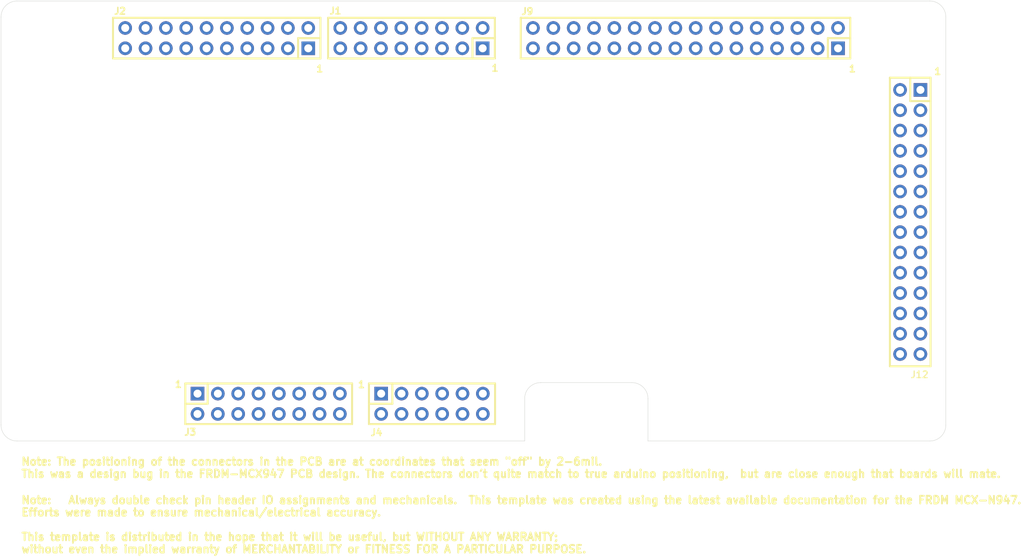
<source format=kicad_pcb>
(kicad_pcb (version 20221018) (generator pcbnew)
  (layers (0 "F.Cu" signal "Top Layer") (31 "B.Cu" signal "Bottom Layer") (34 "B.Paste" user "Bottom Paste") (35 "F.Paste" user "Top Paste") (36 "B.SilkS" user "Bottom Overlay") (37 "F.SilkS" user "Top Overlay") (38 "B.Mask" user "Bottom Solder") (39 "F.Mask" user "Top Solder") (44 "Edge.Cuts" user))
  (property "ADDRESS1" "3 Minna Close")
  (property "ADDRESS2" "Belrose")
  (property "ADDRESS3" "NSW 2085")
  (property "ADDRESS4" "Australia")
  (property "CONFIGURATIONPARAMETERS" "")
  (property "CONFIGURATORNAME" "")
  (property "DOCUMENTNUMBER" "")
  (property "ISUSERCONFIGURABLE" "")
  (property "ORGANIZATION" "Altium Limited")
  (property "PAGE_TITLE" "-")
  (property "SHEETSYMBOLDESIGNATOR" "")
  (property "SHEETTOTAL" "3")
  (property "SPICEMODELCACHE" "")
  (property "VERSIONCONTROL_PROJFOLDERREVNUMBER" "")
  (property "VERSIONCONTROL_PROJFOLDERREVNUMBERSHORT" "")
  (property "VERSIONCONTROL_REVNUMBER" "")
  (property "VERSIONCONTROL_REVNUMBERSHORT" "")
  (net 0 "")
  (net 1 "P2_0/EZH_LCD_WR")
  (net 2 "P5_9")
  (net 3 "P5_8")
  (net 4 "P3_5/EZH_LCD_D5_CAMERA_D5")
  (net 5 "P3_3/FC7_I2C_SCL")
  (net 6 "P1_23/EZH_LCD_RD")
  (net 7 "P1_19/EZH_LCD_D15_CAMERA_RST")
  (net 8 "P1_17/EZH_LCD_D13")
  (net 9 "P1_15/EZH_LCD_D11")
  (net 10 "P1_13/EZH_LCD_D9")
  (net 11 "P1_11/EZH_LCD_D7_CAMERA_D7")
  (net 12 "P1_7/EZH_LCD_D3_CAMERA_D3")
  (net 13 "P1_5/EZH_LCD_D1_CAMERA_D1")
  (net 14 "P0_5/EZH_CAMERA_PCLK")
  (net 15 "P0_4/EZH_CAMERA_VSYNC")
  (net 16 "P4_4/EZH_LCD_CS")
  (net 17 "P3_4/EZH_LCD_D4_CAMERA_D4")
  (net 18 "P3_2/FC7_I2C_SDA")
  (net 19 "P2_2/CAMERA_CLKIN")
  (net 20 "P1_22/EZH_LCD_DC")
  (net 21 "P1_18/EZH_LCD_D14_CAMERA_PDOWN")
  (net 22 "P1_16/EZH_LCD_D12")
  (net 23 "P1_14/EZH_LCD_D10")
  (net 24 "P1_12/EZH_LCD_D8")
  (net 25 "P1_10/EZH_LCD_D6_CAMERA_D6")
  (net 26 "P1_9/FC4_P1_UART_TXD_MCULINK")
  (net 27 "P1_8/FC4_P0_UART_RXD_MCULINK")
  (net 28 "P1_6/EZH_LCD_D2_CAMERA_D2")
  (net 29 "P1_4/EZH_LCD_D0_CAMERA_D0")
  (net 30 "P0_11/EZH_CAMERA_HSYNC")
  (net 31 "P0-29")
  (net 32 "P0-26/FC1-SDI")
  (net 33 "P0-23/P1-22")
  (net 34 "P0-15/P2-0")
  (net 35 "P4-22/D14")
  (net 36 "P4-18/D10")
  (net 37 "P4-17/D9")
  (net 38 "P4-14/D6")
  (net 39 "P4-13/D5")
  (net 40 "P4-7/RST")
  (net 41 "P4-5/BLK")
  (net 42 "P4-1/FC2-SCL")
  (net 43 "P2-11/D3")
  (net 44 "P2-10/D2")
  (net 45 "P2-8/D0")
  (net 46 "P0-13/TE")
  (net 47 "P0-12/CS")
  (net 48 "P0-8/RD")
  (net 49 "P4-23/D15")
  (net 50 "P4-21/D13")
  (net 51 "P4-20/D12")
  (net 52 "P4-19/D11")
  (net 53 "P4-16/D8")
  (net 54 "P4-15/D7")
  (net 55 "P4-12/D4")
  (net 56 "P4-6/INT")
  (net 57 "P4-0/FC2-SDA")
  (net 58 "P2-9/D1")
  (net 59 "P0-9/WR")
  (net 60 "P0-7/DC")
  (net 61 "P2-6/PWM1_A0")
  (net 62 "P4-1/P1-17")
  (net 63 "P4-0/P1-16")
  (net 64 "P3-21/SAI1_RXD0")
  (net 65 "P3-19/SAI1_RX_FS")
  (net 66 "P3-18/SAI1_RX_BLCK")
  (net 67 "P3-17/SAI1_TX_FS")
  (net 68 "P2-7/PWM1_B0")
  (net 69 "P2-5/PWM1_B1")
  (net 70 "P2-4/PWM1_A1")
  (net 71 "P2-3/PWM1_B2")
  (net 72 "P2-2/PWM1_A2")
  (net 73 "P2-0/ENC_B")
  (net 74 "P1-22/ENC_A")
  (net 75 "P1-1/TSI0_CH1")
  (net 76 "P1-0/TSI0_CH0")
  (net 77 "P0-19/TSI0_CH14")
  (net 78 "P1_12/TSI0_CH21")
  (net 79 "5v-9v-IN")
  (net 80 "VDDA")
  (net 81 "+5v0")
  (net 82 "P5-4")
  (net 83 "P5-3/P0-22")
  (net 84 "P5-2/P0-14")
  (net 85 "P4-20/P0-5")
  (net 86 "P4-16/P0-18")
  (net 87 "P3-17/P4-13")
  (net 88 "P4-12/P0-21")
  (net 89 "P4-3/RXD2")
  (net 90 "P4-2/TXD2")
  (net 91 "P3-20/SAI1_TXD0")
  (net 92 "P3-16/P4-5")
  (net 93 "P1-21/SAI1_MCLK")
  (net 94 "P1-21/P2-7")
  (net 95 "P1-2/P2-3")
  (net 96 "P0-31")
  (net 97 "P0-30/P4-13")
  (net 98 "P1-23/P2-6")
  (net 99 "P0-28")
  (net 100 "P0-27/FC1-CS1")
  (net 101 "P0-25/FC1-SCK")
  (net 102 "P0-24/FC1-SDO")
  (net 103 "P0-22")
  (net 104 "P0-14")
  (net 105 "P0-10/P2-4")
  (net 106 "P0-3/P5_5")
  (net 107 "OP-2-INN/P1_10")
  (net 108 "OP-1-INN/P0-4")
  (net 109 "OP-0-I/P0-20")
  (net 110 "RESET_B")
  (net 111 "ADC0-A3")
  (net 112 "ADC1-B0")
  (net 113 "ADC0-B0")
  (net 114 "ADC0-A0")
  (net 115 "+3v3")
  (net 116 "GND")
  (footprint "FRDM-MCXN947__Template__A.PcbLib:SSQ-110-03-T-D" (layer "F.Cu") (at 116.4421 82.1436 -90)
    (fp_text reference "J2" (at -2.8956 12.9156 unlocked) (layer "F.SilkS") (effects (font (size 0.8255 0.8255) (thickness 0.2) bold) (justify left bottom)))
    (fp_text value "SSQ-110-03-T-D" hide)
    (fp_line (start -2.54 12.954) (end -2.54 -12.954) (stroke (width 0.254)) (layer "F.SilkS"))
    (fp_line (start 0 -10.16) (end 0 -12.954) (stroke (width 0.254)) (layer "F.SilkS"))
    (fp_line (start 2.54 -12.954) (end -2.54 -12.954) (stroke (width 0.254)) (layer "F.SilkS"))
    (fp_line (start 2.54 -10.16) (end 0 -10.16) (stroke (width 0.254)) (layer "F.SilkS"))
    (fp_line (start 2.54 12.954) (end -2.54 12.954) (stroke (width 0.254)) (layer "F.SilkS"))
    (fp_line (start 2.54 12.954) (end 2.54 -12.954) (stroke (width 0.254)) (layer "F.SilkS"))
    (pad "1" thru_hole rect (at 1.27 -11.43 270) (size 1.7 1.7) (drill 1) (layers "*.Cu" "*.Mask") (net 112 "ADC1-B0"))
    (pad "2" thru_hole roundrect (at -1.27 -11.43 270) (size 1.7 1.7) (drill 1) (layers "*.Cu" "*.Mask") (roundrect_rratio 0.5) (net 99 "P0-28"))
    (pad "3" thru_hole roundrect (at 1.27 -8.89 270) (size 1.7 1.7) (drill 1) (layers "*.Cu" "*.Mask") (roundrect_rratio 0.5) (net 84 "P5-2/P0-14"))
    (pad "4" thru_hole roundrect (at -1.27 -8.89 270) (size 1.7 1.7) (drill 1) (layers "*.Cu" "*.Mask") (roundrect_rratio 0.5) (net 105 "P0-10/P2-4"))
    (pad "5" thru_hole roundrect (at 1.27 -6.35 270) (size 1.7 1.7) (drill 1) (layers "*.Cu" "*.Mask") (roundrect_rratio 0.5) (net 83 "P5-3/P0-22"))
    (pad "6" thru_hole roundrect (at -1.27 -6.35 270) (size 1.7 1.7) (drill 1) (layers "*.Cu" "*.Mask") (roundrect_rratio 0.5) (net 100 "P0-27/FC1-CS1"))
    (pad "7" thru_hole roundrect (at 1.27 -3.81 270) (size 1.7 1.7) (drill 1) (layers "*.Cu" "*.Mask") (roundrect_rratio 0.5) (net 82 "P5-4"))
    (pad "8" thru_hole roundrect (at -1.27 -3.81 270) (size 1.7 1.7) (drill 1) (layers "*.Cu" "*.Mask") (roundrect_rratio 0.5) (net 102 "P0-24/FC1-SDO"))
    (pad "9" thru_hole roundrect (at 1.27 -1.27 270) (size 1.7 1.7) (drill 1) (layers "*.Cu" "*.Mask") (roundrect_rratio 0.5) (net 106 "P0-3/P5_5"))
    (pad "10" thru_hole roundrect (at -1.27 -1.27 270) (size 1.7 1.7) (drill 1) (layers "*.Cu" "*.Mask") (roundrect_rratio 0.5) (net 32 "P0-26/FC1-SDI"))
    (pad "11" thru_hole roundrect (at 1.27 1.27 270) (size 1.7 1.7) (drill 1) (layers "*.Cu" "*.Mask") (roundrect_rratio 0.5) (net 78 "P1_12/TSI0_CH21"))
    (pad "12" thru_hole roundrect (at -1.27 1.27 270) (size 1.7 1.7) (drill 1) (layers "*.Cu" "*.Mask") (roundrect_rratio 0.5) (net 101 "P0-25/FC1-SCK"))
    (pad "13" thru_hole roundrect (at 1.27 3.81 270) (size 1.7 1.7) (drill 1) (layers "*.Cu" "*.Mask") (roundrect_rratio 0.5) (net 77 "P0-19/TSI0_CH14"))
    (pad "14" thru_hole roundrect (at -1.27 3.81 270) (size 1.7 1.7) (drill 1) (layers "*.Cu" "*.Mask") (roundrect_rratio 0.5) (net 116 "GND"))
    (pad "15" thru_hole roundrect (at 1.27 6.35 270) (size 1.7 1.7) (drill 1) (layers "*.Cu" "*.Mask") (roundrect_rratio 0.5) (net 75 "P1-1/TSI0_CH1"))
    (pad "16" thru_hole roundrect (at -1.27 6.35 270) (size 1.7 1.7) (drill 1) (layers "*.Cu" "*.Mask") (roundrect_rratio 0.5) (net 80 "VDDA"))
    (pad "17" thru_hole roundrect (at 1.27 8.89 270) (size 1.7 1.7) (drill 1) (layers "*.Cu" "*.Mask") (roundrect_rratio 0.5) (net 76 "P1-0/TSI0_CH0"))
    (pad "18" thru_hole roundrect (at -1.27 8.89 270) (size 1.7 1.7) (drill 1) (layers "*.Cu" "*.Mask") (roundrect_rratio 0.5) (net 63 "P4-0/P1-16"))
    (pad "19" thru_hole roundrect (at 1.27 11.43 270) (size 1.7 1.7) (drill 1) (layers "*.Cu" "*.Mask") (roundrect_rratio 0.5))
    (pad "20" thru_hole roundrect (at -1.27 11.43 270) (size 1.7 1.7) (drill 1) (layers "*.Cu" "*.Mask") (roundrect_rratio 0.5) (net 62 "P4-1/P1-17"))
  )
  (footprint "MountingHole:MOUNTINGHOLE_3.2MM_M3" (layer "F.Cu") (at 99.8691 81.9406)
    (fp_text reference "H1" hide)
    (fp_text value "Mechanical_MountingHole" hide)
    (pad "" np_thru_hole circle (at 0 0) (size 3.2 3.2) (drill 3.2) (layers "F&B.Cu" "*.Mask"))
  )
  (footprint "FRDM-MCXN947__Template__A.PcbLib:SSQ-116-03-T-D" (layer "F.Cu") (at 174.98909 82.1436 -90)
    (fp_text reference "J9" (at -2.85755 20.59878 unlocked) (layer "F.SilkS") (effects (font (size 0.8255 0.8255) (thickness 0.254) bold) (justify left bottom)))
    (fp_text value "SSQ-116-03-T-D" hide)
    (fp_line (start -2.54 20.574) (end -2.54 -20.574) (stroke (width 0.254)) (layer "F.SilkS"))
    (fp_line (start 0 -17.78) (end 0 -20.574) (stroke (width 0.254)) (layer "F.SilkS"))
    (fp_line (start 2.54 -20.574) (end -2.54 -20.574) (stroke (width 0.254)) (layer "F.SilkS"))
    (fp_line (start 2.54 -17.78) (end 0 -17.78) (stroke (width 0.254)) (layer "F.SilkS"))
    (fp_line (start 2.54 20.574) (end -2.54 20.574) (stroke (width 0.254)) (layer "F.SilkS"))
    (fp_line (start 2.54 20.574) (end 2.54 -20.574) (stroke (width 0.254)) (layer "F.SilkS"))
    (pad "1" thru_hole rect (at 1.27 -19.05 90) (size 1.7 1.7) (drill 1) (layers "*.Cu" "*.Mask") (net 9 "P1_15/EZH_LCD_D11"))
    (pad "2" thru_hole roundrect (at -1.27 -19.05 90) (size 1.7 1.7) (drill 1) (layers "*.Cu" "*.Mask") (roundrect_rratio 0.5) (net 23 "P1_14/EZH_LCD_D10"))
    (pad "3" thru_hole roundrect (at 1.27 -16.51 90) (size 1.7 1.7) (drill 1) (layers "*.Cu" "*.Mask") (roundrect_rratio 0.5) (net 8 "P1_17/EZH_LCD_D13"))
    (pad "4" thru_hole roundrect (at -1.27 -16.51 90) (size 1.7 1.7) (drill 1) (layers "*.Cu" "*.Mask") (roundrect_rratio 0.5) (net 22 "P1_16/EZH_LCD_D12"))
    (pad "5" thru_hole roundrect (at 1.27 -13.97 90) (size 1.7 1.7) (drill 1) (layers "*.Cu" "*.Mask") (roundrect_rratio 0.5) (net 7 "P1_19/EZH_LCD_D15_CAMERA_RST"))
    (pad "6" thru_hole roundrect (at -1.27 -13.97 90) (size 1.7 1.7) (drill 1) (layers "*.Cu" "*.Mask") (roundrect_rratio 0.5) (net 21 "P1_18/EZH_LCD_D14_CAMERA_PDOWN"))
    (pad "7" thru_hole roundrect (at 1.27 -11.43 90) (size 1.7 1.7) (drill 1) (layers "*.Cu" "*.Mask") (roundrect_rratio 0.5) (net 13 "P1_5/EZH_LCD_D1_CAMERA_D1"))
    (pad "8" thru_hole roundrect (at -1.27 -11.43 90) (size 1.7 1.7) (drill 1) (layers "*.Cu" "*.Mask") (roundrect_rratio 0.5) (net 29 "P1_4/EZH_LCD_D0_CAMERA_D0"))
    (pad "9" thru_hole roundrect (at 1.27 -8.89 90) (size 1.7 1.7) (drill 1) (layers "*.Cu" "*.Mask") (roundrect_rratio 0.5) (net 12 "P1_7/EZH_LCD_D3_CAMERA_D3"))
    (pad "10" thru_hole roundrect (at -1.27 -8.89 90) (size 1.7 1.7) (drill 1) (layers "*.Cu" "*.Mask") (roundrect_rratio 0.5) (net 28 "P1_6/EZH_LCD_D2_CAMERA_D2"))
    (pad "11" thru_hole roundrect (at 1.27 -6.35 90) (size 1.7 1.7) (drill 1) (layers "*.Cu" "*.Mask") (roundrect_rratio 0.5) (net 4 "P3_5/EZH_LCD_D5_CAMERA_D5"))
    (pad "12" thru_hole roundrect (at -1.27 -6.35 90) (size 1.7 1.7) (drill 1) (layers "*.Cu" "*.Mask") (roundrect_rratio 0.5) (net 17 "P3_4/EZH_LCD_D4_CAMERA_D4"))
    (pad "13" thru_hole roundrect (at 1.27 -3.81 90) (size 1.7 1.7) (drill 1) (layers "*.Cu" "*.Mask") (roundrect_rratio 0.5) (net 11 "P1_11/EZH_LCD_D7_CAMERA_D7"))
    (pad "14" thru_hole roundrect (at -1.27 -3.81 90) (size 1.7 1.7) (drill 1) (layers "*.Cu" "*.Mask") (roundrect_rratio 0.5) (net 25 "P1_10/EZH_LCD_D6_CAMERA_D6"))
    (pad "15" thru_hole roundrect (at 1.27 -1.27 90) (size 1.7 1.7) (drill 1) (layers "*.Cu" "*.Mask") (roundrect_rratio 0.5) (net 14 "P0_5/EZH_CAMERA_PCLK"))
    (pad "16" thru_hole roundrect (at -1.27 -1.27 90) (size 1.7 1.7) (drill 1) (layers "*.Cu" "*.Mask") (roundrect_rratio 0.5) (net 19 "P2_2/CAMERA_CLKIN"))
    (pad "17" thru_hole roundrect (at 1.27 1.27 90) (size 1.7 1.7) (drill 1) (layers "*.Cu" "*.Mask") (roundrect_rratio 0.5) (net 15 "P0_4/EZH_CAMERA_VSYNC"))
    (pad "18" thru_hole roundrect (at -1.27 1.27 90) (size 1.7 1.7) (drill 1) (layers "*.Cu" "*.Mask") (roundrect_rratio 0.5) (net 30 "P0_11/EZH_CAMERA_HSYNC"))
    (pad "19" thru_hole roundrect (at 1.27 3.81 90) (size 1.7 1.7) (drill 1) (layers "*.Cu" "*.Mask") (roundrect_rratio 0.5) (net 5 "P3_3/FC7_I2C_SCL"))
    (pad "20" thru_hole roundrect (at -1.27 3.81 90) (size 1.7 1.7) (drill 1) (layers "*.Cu" "*.Mask") (roundrect_rratio 0.5) (net 18 "P3_2/FC7_I2C_SDA"))
    (pad "21" thru_hole roundrect (at 1.27 6.35 90) (size 1.7 1.7) (drill 1) (layers "*.Cu" "*.Mask") (roundrect_rratio 0.5) (net 115 "+3v3"))
    (pad "22" thru_hole roundrect (at -1.27 6.35 90) (size 1.7 1.7) (drill 1) (layers "*.Cu" "*.Mask") (roundrect_rratio 0.5) (net 116 "GND"))
    (pad "23" thru_hole roundrect (at 1.27 8.89 90) (size 1.7 1.7) (drill 1) (layers "*.Cu" "*.Mask") (roundrect_rratio 0.5) (net 6 "P1_23/EZH_LCD_RD"))
    (pad "24" thru_hole roundrect (at -1.27 8.89 90) (size 1.7 1.7) (drill 1) (layers "*.Cu" "*.Mask") (roundrect_rratio 0.5) (net 20 "P1_22/EZH_LCD_DC"))
    (pad "25" thru_hole roundrect (at 1.27 11.43 90) (size 1.7 1.7) (drill 1) (layers "*.Cu" "*.Mask") (roundrect_rratio 0.5) (net 1 "P2_0/EZH_LCD_WR"))
    (pad "26" thru_hole roundrect (at -1.27 11.43 90) (size 1.7 1.7) (drill 1) (layers "*.Cu" "*.Mask") (roundrect_rratio 0.5) (net 16 "P4_4/EZH_LCD_CS"))
    (pad "27" thru_hole roundrect (at 1.27 13.97 90) (size 1.7 1.7) (drill 1) (layers "*.Cu" "*.Mask") (roundrect_rratio 0.5) (net 10 "P1_13/EZH_LCD_D9"))
    (pad "28" thru_hole roundrect (at -1.27 13.97 90) (size 1.7 1.7) (drill 1) (layers "*.Cu" "*.Mask") (roundrect_rratio 0.5) (net 24 "P1_12/EZH_LCD_D8"))
    (pad "29" thru_hole roundrect (at 1.27 16.51 90) (size 1.7 1.7) (drill 1) (layers "*.Cu" "*.Mask") (roundrect_rratio 0.5) (net 2 "P5_9"))
    (pad "30" thru_hole roundrect (at -1.27 16.51 90) (size 1.7 1.7) (drill 1) (layers "*.Cu" "*.Mask") (roundrect_rratio 0.5) (net 26 "P1_9/FC4_P1_UART_TXD_MCULINK"))
    (pad "31" thru_hole roundrect (at 1.27 19.05 90) (size 1.7 1.7) (drill 1) (layers "*.Cu" "*.Mask") (roundrect_rratio 0.5) (net 3 "P5_8"))
    (pad "32" thru_hole roundrect (at -1.27 19.05 90) (size 1.7 1.7) (drill 1) (layers "*.Cu" "*.Mask") (roundrect_rratio 0.5) (net 27 "P1_8/FC4_P0_UART_RXD_MCULINK"))
  )
  (footprint "FRDM-MCXN947__Template__A.PcbLib:SSQ-108-03-T-D" (layer "F.Cu") (at 140.7631 82.1436 -90)
    (fp_text reference "J1" (at -2.921 10.338 unlocked) (layer "F.SilkS") (effects (font (size 0.8255 0.8255) (thickness 0.2) bold) (justify left bottom)))
    (fp_text value "SSQ-108-03-T-D" hide)
    (fp_line (start -2.54 10.414) (end -2.54 -10.414) (stroke (width 0.254)) (layer "F.SilkS"))
    (fp_line (start 0 -7.62) (end 0 -10.414) (stroke (width 0.254)) (layer "F.SilkS"))
    (fp_line (start 2.54 -10.414) (end -2.54 -10.414) (stroke (width 0.254)) (layer "F.SilkS"))
    (fp_line (start 2.54 -7.62) (end 0 -7.62) (stroke (width 0.254)) (layer "F.SilkS"))
    (fp_line (start 2.54 10.414) (end -2.54 10.414) (stroke (width 0.254)) (layer "F.SilkS"))
    (fp_line (start 2.54 10.414) (end 2.54 -10.414) (stroke (width 0.254)) (layer "F.SilkS"))
    (pad "1" thru_hole rect (at 1.27 -8.89 270) (size 1.7 1.7) (drill 1) (layers "*.Cu" "*.Mask") (net 92 "P3-16/P4-5"))
    (pad "2" thru_hole roundrect (at -1.27 -8.89 270) (size 1.7 1.7) (drill 1) (layers "*.Cu" "*.Mask") (roundrect_rratio 0.5) (net 89 "P4-3/RXD2"))
    (pad "3" thru_hole roundrect (at 1.27 -6.35 270) (size 1.7 1.7) (drill 1) (layers "*.Cu" "*.Mask") (roundrect_rratio 0.5) (net 87 "P3-17/P4-13"))
    (pad "4" thru_hole roundrect (at -1.27 -6.35 270) (size 1.7 1.7) (drill 1) (layers "*.Cu" "*.Mask") (roundrect_rratio 0.5) (net 90 "P4-2/TXD2"))
    (pad "5" thru_hole roundrect (at 1.27 -3.81 270) (size 1.7 1.7) (drill 1) (layers "*.Cu" "*.Mask") (roundrect_rratio 0.5) (net 91 "P3-20/SAI1_TXD0"))
    (pad "6" thru_hole roundrect (at -1.27 -3.81 270) (size 1.7 1.7) (drill 1) (layers "*.Cu" "*.Mask") (roundrect_rratio 0.5) (net 98 "P1-23/P2-6"))
    (pad "7" thru_hole roundrect (at 1.27 -1.27 270) (size 1.7 1.7) (drill 1) (layers "*.Cu" "*.Mask") (roundrect_rratio 0.5) (net 93 "P1-21/SAI1_MCLK"))
    (pad "8" thru_hole roundrect (at -1.27 -1.27 270) (size 1.7 1.7) (drill 1) (layers "*.Cu" "*.Mask") (roundrect_rratio 0.5) (net 31 "P0-29"))
    (pad "9" thru_hole roundrect (at 1.27 1.27 270) (size 1.7 1.7) (drill 1) (layers "*.Cu" "*.Mask") (roundrect_rratio 0.5) (net 66 "P3-18/SAI1_RX_BLCK"))
    (pad "10" thru_hole roundrect (at -1.27 1.27 270) (size 1.7 1.7) (drill 1) (layers "*.Cu" "*.Mask") (roundrect_rratio 0.5) (net 97 "P0-30/P4-13"))
    (pad "11" thru_hole roundrect (at 1.27 3.81 270) (size 1.7 1.7) (drill 1) (layers "*.Cu" "*.Mask") (roundrect_rratio 0.5) (net 67 "P3-17/SAI1_TX_FS"))
    (pad "12" thru_hole roundrect (at -1.27 3.81 270) (size 1.7 1.7) (drill 1) (layers "*.Cu" "*.Mask") (roundrect_rratio 0.5) (net 94 "P1-21/P2-7"))
    (pad "13" thru_hole roundrect (at 1.27 6.35 270) (size 1.7 1.7) (drill 1) (layers "*.Cu" "*.Mask") (roundrect_rratio 0.5) (net 65 "P3-19/SAI1_RX_FS"))
    (pad "14" thru_hole roundrect (at -1.27 6.35 270) (size 1.7 1.7) (drill 1) (layers "*.Cu" "*.Mask") (roundrect_rratio 0.5) (net 95 "P1-2/P2-3"))
    (pad "15" thru_hole roundrect (at 1.27 8.89 270) (size 1.7 1.7) (drill 1) (layers "*.Cu" "*.Mask") (roundrect_rratio 0.5) (net 64 "P3-21/SAI1_RXD0"))
    (pad "16" thru_hole roundrect (at -1.27 8.89 270) (size 1.7 1.7) (drill 1) (layers "*.Cu" "*.Mask") (roundrect_rratio 0.5) (net 96 "P0-31"))
  )
  (footprint "MountingHole:MOUNTINGHOLE_3.2MM_M3" (layer "F.Cu") (at 204.5861 129.4896)
    (fp_text reference "H3" hide)
    (fp_text value "Mechanical_MountingHole" hide)
    (pad "" np_thru_hole circle (at 0 0) (size 3.2 3.2) (drill 3.2) (layers "F&B.Cu" "*.Mask"))
  )
  (footprint "MountingHole:MOUNTINGHOLE_3.2MM_M3" (layer "F.Cu") (at 101.0881 128.8796)
    (fp_text reference "H4" hide)
    (fp_text value "Mechanical_MountingHole" hide)
    (pad "" np_thru_hole circle (at 0 0) (size 3.2 3.2) (drill 3.2) (layers "F&B.Cu" "*.Mask"))
  )
  (footprint "Wavenumber:SSQ-114-03-T-D" (layer "F.Cu") (at 203.0561 105.1246)
    (fp_text reference "J12" (at -0.0378 19.564 unlocked) (layer "F.SilkS") (effects (font (size 0.8255 0.8255) (thickness 0.15) bold) (justify left bottom)))
    (fp_text value "SSQ-114-03-T-D" hide)
    (fp_line (start -2.54 -18.034) (end -2.54 18.034) (stroke (width 0.254)) (layer "F.SilkS"))
    (fp_line (start -2.54 -18.034) (end 2.54 -18.034) (stroke (width 0.254)) (layer "F.SilkS"))
    (fp_line (start -2.54 18.034) (end 2.54 18.034) (stroke (width 0.254)) (layer "F.SilkS"))
    (fp_line (start 0 -15.113) (end 0 -18.034) (stroke (width 0.254)) (layer "F.SilkS"))
    (fp_line (start 0 -15.113) (end 2.54 -15.113) (stroke (width 0.254)) (layer "F.SilkS"))
    (fp_line (start 2.54 -18.034) (end 2.54 18.034) (stroke (width 0.254)) (layer "F.SilkS"))
    (pad "1" thru_hole rect (at 1.27 -16.51) (size 1.7 1.7) (drill 1) (layers "*.Cu" "*.Mask") (net 115 "+3v3"))
    (pad "2" thru_hole roundrect (at -1.27 -16.51) (size 1.7 1.7) (drill 1) (layers "*.Cu" "*.Mask") (roundrect_rratio 0.5) (net 116 "GND"))
    (pad "3" thru_hole roundrect (at 1.27 -13.97) (size 1.7 1.7) (drill 1) (layers "*.Cu" "*.Mask") (roundrect_rratio 0.5) (net 42 "P4-1/FC2-SCL"))
    (pad "4" thru_hole roundrect (at -1.27 -13.97) (size 1.7 1.7) (drill 1) (layers "*.Cu" "*.Mask") (roundrect_rratio 0.5) (net 57 "P4-0/FC2-SDA"))
    (pad "5" thru_hole roundrect (at 1.27 -11.43) (size 1.7 1.7) (drill 1) (layers "*.Cu" "*.Mask") (roundrect_rratio 0.5) (net 56 "P4-6/INT"))
    (pad "6" thru_hole roundrect (at -1.27 -11.43) (size 1.7 1.7) (drill 1) (layers "*.Cu" "*.Mask") (roundrect_rratio 0.5) (net 41 "P4-5/BLK"))
    (pad "7" thru_hole roundrect (at 1.27 -8.89) (size 1.7 1.7) (drill 1) (layers "*.Cu" "*.Mask") (roundrect_rratio 0.5) (net 40 "P4-7/RST"))
    (pad "8" thru_hole roundrect (at -1.27 -8.89) (size 1.7 1.7) (drill 1) (layers "*.Cu" "*.Mask") (roundrect_rratio 0.5) (net 60 "P0-7/DC"))
    (pad "9" thru_hole roundrect (at 1.27 -6.35) (size 1.7 1.7) (drill 1) (layers "*.Cu" "*.Mask") (roundrect_rratio 0.5) (net 47 "P0-12/CS"))
    (pad "10" thru_hole roundrect (at -1.27 -6.35) (size 1.7 1.7) (drill 1) (layers "*.Cu" "*.Mask") (roundrect_rratio 0.5) (net 59 "P0-9/WR"))
    (pad "11" thru_hole roundrect (at 1.27 -3.81) (size 1.7 1.7) (drill 1) (layers "*.Cu" "*.Mask") (roundrect_rratio 0.5) (net 48 "P0-8/RD"))
    (pad "12" thru_hole roundrect (at -1.27 -3.81) (size 1.7 1.7) (drill 1) (layers "*.Cu" "*.Mask") (roundrect_rratio 0.5) (net 46 "P0-13/TE"))
    (pad "13" thru_hole roundrect (at 1.27 -1.27) (size 1.7 1.7) (drill 1) (layers "*.Cu" "*.Mask") (roundrect_rratio 0.5) (net 45 "P2-8/D0"))
    (pad "14" thru_hole roundrect (at -1.27 -1.27) (size 1.7 1.7) (drill 1) (layers "*.Cu" "*.Mask") (roundrect_rratio 0.5) (net 58 "P2-9/D1"))
    (pad "15" thru_hole roundrect (at 1.27 1.27) (size 1.7 1.7) (drill 1) (layers "*.Cu" "*.Mask") (roundrect_rratio 0.5) (net 44 "P2-10/D2"))
    (pad "16" thru_hole roundrect (at -1.27 1.27) (size 1.7 1.7) (drill 1) (layers "*.Cu" "*.Mask") (roundrect_rratio 0.5) (net 43 "P2-11/D3"))
    (pad "17" thru_hole roundrect (at 1.27 3.81) (size 1.7 1.7) (drill 1) (layers "*.Cu" "*.Mask") (roundrect_rratio 0.5) (net 55 "P4-12/D4"))
    (pad "18" thru_hole roundrect (at -1.27 3.81) (size 1.7 1.7) (drill 1) (layers "*.Cu" "*.Mask") (roundrect_rratio 0.5) (net 39 "P4-13/D5"))
    (pad "19" thru_hole roundrect (at 1.27 6.35) (size 1.7 1.7) (drill 1) (layers "*.Cu" "*.Mask") (roundrect_rratio 0.5) (net 38 "P4-14/D6"))
    (pad "20" thru_hole roundrect (at -1.27 6.35) (size 1.7 1.7) (drill 1) (layers "*.Cu" "*.Mask") (roundrect_rratio 0.5) (net 54 "P4-15/D7"))
    (pad "21" thru_hole roundrect (at 1.27 8.89) (size 1.7 1.7) (drill 1) (layers "*.Cu" "*.Mask") (roundrect_rratio 0.5) (net 53 "P4-16/D8"))
    (pad "22" thru_hole roundrect (at -1.27 8.89) (size 1.7 1.7) (drill 1) (layers "*.Cu" "*.Mask") (roundrect_rratio 0.5) (net 37 "P4-17/D9"))
    (pad "23" thru_hole roundrect (at 1.27 11.43) (size 1.7 1.7) (drill 1) (layers "*.Cu" "*.Mask") (roundrect_rratio 0.5) (net 36 "P4-18/D10"))
    (pad "24" thru_hole roundrect (at -1.27 11.43) (size 1.7 1.7) (drill 1) (layers "*.Cu" "*.Mask") (roundrect_rratio 0.5) (net 52 "P4-19/D11"))
    (pad "25" thru_hole roundrect (at 1.27 13.97) (size 1.7 1.7) (drill 1) (layers "*.Cu" "*.Mask") (roundrect_rratio 0.5) (net 51 "P4-20/D12"))
    (pad "26" thru_hole roundrect (at -1.27 13.97) (size 1.7 1.7) (drill 1) (layers "*.Cu" "*.Mask") (roundrect_rratio 0.5) (net 50 "P4-21/D13"))
    (pad "27" thru_hole roundrect (at 1.27 16.51) (size 1.7 1.7) (drill 1) (layers "*.Cu" "*.Mask") (roundrect_rratio 0.5) (net 35 "P4-22/D14"))
    (pad "28" thru_hole roundrect (at -1.27 16.51) (size 1.7 1.7) (drill 1) (layers "*.Cu" "*.Mask") (roundrect_rratio 0.5) (net 49 "P4-23/D15"))
  )
  (footprint "Wavenumber:SSQ-108-03-T-D" (layer "F.Cu") (at 122.9321 127.8506 90)
    (fp_text reference "J3" (at -4.0262 -10.6426 unlocked) (layer "F.SilkS") (effects (font (size 0.8255 0.8255) (thickness 0.2) bold) (justify left bottom)))
    (fp_text value "SSQ-108-03-T-D" hide)
    (fp_line (start -2.54 -10.414) (end -2.54 10.414) (stroke (width 0.254)) (layer "F.SilkS"))
    (fp_line (start -2.54 -10.414) (end 2.54 -10.414) (stroke (width 0.254)) (layer "F.SilkS"))
    (fp_line (start -2.54 10.414) (end 2.54 10.414) (stroke (width 0.254)) (layer "F.SilkS"))
    (fp_line (start 0 -10.414) (end 0 -7.62) (stroke (width 0.254)) (layer "F.SilkS"))
    (fp_line (start 0 -7.62) (end 2.54 -7.62) (stroke (width 0.254)) (layer "F.SilkS"))
    (fp_line (start 2.54 -10.414) (end 2.54 10.414) (stroke (width 0.254)) (layer "F.SilkS"))
    (pad "1" thru_hole rect (at 1.27 -8.89 90) (size 1.7 1.7) (drill 1) (layers "*.Cu" "*.Mask") (net 73 "P2-0/ENC_B"))
    (pad "2" thru_hole roundrect (at -1.27 -8.89 90) (size 1.7 1.7) (drill 1) (layers "*.Cu" "*.Mask") (roundrect_rratio 0.5) (net 111 "ADC0-A3"))
    (pad "3" thru_hole roundrect (at 1.27 -6.35 90) (size 1.7 1.7) (drill 1) (layers "*.Cu" "*.Mask") (roundrect_rratio 0.5) (net 74 "P1-22/ENC_A"))
    (pad "4" thru_hole roundrect (at -1.27 -6.35 90) (size 1.7 1.7) (drill 1) (layers "*.Cu" "*.Mask") (roundrect_rratio 0.5) (net 115 "+3v3"))
    (pad "5" thru_hole roundrect (at 1.27 -3.81 90) (size 1.7 1.7) (drill 1) (layers "*.Cu" "*.Mask") (roundrect_rratio 0.5) (net 71 "P2-3/PWM1_B2"))
    (pad "6" thru_hole roundrect (at -1.27 -3.81 90) (size 1.7 1.7) (drill 1) (layers "*.Cu" "*.Mask") (roundrect_rratio 0.5) (net 110 "RESET_B"))
    (pad "7" thru_hole roundrect (at 1.27 -1.27 90) (size 1.7 1.7) (drill 1) (layers "*.Cu" "*.Mask") (roundrect_rratio 0.5) (net 72 "P2-2/PWM1_A2"))
    (pad "8" thru_hole roundrect (at -1.27 -1.27 90) (size 1.7 1.7) (drill 1) (layers "*.Cu" "*.Mask") (roundrect_rratio 0.5) (net 115 "+3v3"))
    (pad "9" thru_hole roundrect (at 1.27 1.27 90) (size 1.7 1.7) (drill 1) (layers "*.Cu" "*.Mask") (roundrect_rratio 0.5) (net 69 "P2-5/PWM1_B1"))
    (pad "10" thru_hole roundrect (at -1.27 1.27 90) (size 1.7 1.7) (drill 1) (layers "*.Cu" "*.Mask") (roundrect_rratio 0.5) (net 81 "+5v0"))
    (pad "11" thru_hole roundrect (at 1.27 3.81 90) (size 1.7 1.7) (drill 1) (layers "*.Cu" "*.Mask") (roundrect_rratio 0.5) (net 70 "P2-4/PWM1_A1"))
    (pad "12" thru_hole roundrect (at -1.27 3.81 90) (size 1.7 1.7) (drill 1) (layers "*.Cu" "*.Mask") (roundrect_rratio 0.5) (net 116 "GND"))
    (pad "13" thru_hole roundrect (at 1.27 6.35 90) (size 1.7 1.7) (drill 1) (layers "*.Cu" "*.Mask") (roundrect_rratio 0.5) (net 68 "P2-7/PWM1_B0"))
    (pad "14" thru_hole roundrect (at -1.27 6.35 90) (size 1.7 1.7) (drill 1) (layers "*.Cu" "*.Mask") (roundrect_rratio 0.5) (net 116 "GND"))
    (pad "15" thru_hole roundrect (at 1.27 8.89 90) (size 1.7 1.7) (drill 1) (layers "*.Cu" "*.Mask") (roundrect_rratio 0.5) (net 61 "P2-6/PWM1_A0"))
    (pad "16" thru_hole roundrect (at -1.27 8.89 90) (size 1.7 1.7) (drill 1) (layers "*.Cu" "*.Mask") (roundrect_rratio 0.5) (net 79 "5v-9v-IN"))
  )
  (footprint "Wavenumber:SSQ-106-03-T-D" (layer "F.Cu") (at 143.3281 127.8506 90)
    (fp_text reference "J4" (at -4.077 -7.7722 unlocked) (layer "F.SilkS") (effects (font (size 0.8255 0.8255) (thickness 0.2) bold) (justify left bottom)))
    (fp_text value "SSQ-106-03-T-D" hide)
    (fp_line (start -2.54 -7.874) (end -2.54 7.874) (stroke (width 0.254)) (layer "F.SilkS"))
    (fp_line (start -2.54 -7.874) (end 2.54 -7.874) (stroke (width 0.254)) (layer "F.SilkS"))
    (fp_line (start -2.54 7.874) (end 2.54 7.874) (stroke (width 0.254)) (layer "F.SilkS"))
    (fp_line (start 0 -7.874) (end 0 -4.953) (stroke (width 0.254)) (layer "F.SilkS"))
    (fp_line (start 0 -4.953) (end 2.54 -4.953) (stroke (width 0.254)) (layer "F.SilkS"))
    (fp_line (start 2.54 -7.874) (end 2.54 7.874) (stroke (width 0.254)) (layer "F.SilkS"))
    (pad "1" thru_hole rect (at 1.27 -6.35 90) (size 1.7 1.7) (drill 1) (layers "*.Cu" "*.Mask") (net 88 "P4-12/P0-21"))
    (pad "2" thru_hole roundrect (at -1.27 -6.35 90) (size 1.7 1.7) (drill 1) (layers "*.Cu" "*.Mask") (roundrect_rratio 0.5) (net 114 "ADC0-A0"))
    (pad "3" thru_hole roundrect (at 1.27 -3.81 90) (size 1.7 1.7) (drill 1) (layers "*.Cu" "*.Mask") (roundrect_rratio 0.5) (net 109 "OP-0-I/P0-20"))
    (pad "4" thru_hole roundrect (at -1.27 -3.81 90) (size 1.7 1.7) (drill 1) (layers "*.Cu" "*.Mask") (roundrect_rratio 0.5) (net 113 "ADC0-B0"))
    (pad "5" thru_hole roundrect (at 1.27 -1.27 90) (size 1.7 1.7) (drill 1) (layers "*.Cu" "*.Mask") (roundrect_rratio 0.5) (net 86 "P4-16/P0-18"))
    (pad "6" thru_hole roundrect (at -1.27 -1.27 90) (size 1.7 1.7) (drill 1) (layers "*.Cu" "*.Mask") (roundrect_rratio 0.5) (net 104 "P0-14"))
    (pad "7" thru_hole roundrect (at 1.27 1.27 90) (size 1.7 1.7) (drill 1) (layers "*.Cu" "*.Mask") (roundrect_rratio 0.5) (net 108 "OP-1-INN/P0-4"))
    (pad "8" thru_hole roundrect (at -1.27 1.27 90) (size 1.7 1.7) (drill 1) (layers "*.Cu" "*.Mask") (roundrect_rratio 0.5) (net 103 "P0-22"))
    (pad "9" thru_hole roundrect (at 1.27 3.81 90) (size 1.7 1.7) (drill 1) (layers "*.Cu" "*.Mask") (roundrect_rratio 0.5) (net 85 "P4-20/P0-5"))
    (pad "10" thru_hole roundrect (at -1.27 3.81 90) (size 1.7 1.7) (drill 1) (layers "*.Cu" "*.Mask") (roundrect_rratio 0.5) (net 34 "P0-15/P2-0"))
    (pad "11" thru_hole roundrect (at 1.27 6.35 90) (size 1.7 1.7) (drill 1) (layers "*.Cu" "*.Mask") (roundrect_rratio 0.5) (net 107 "OP-2-INN/P1_10"))
    (pad "12" thru_hole roundrect (at -1.27 6.35 90) (size 1.7 1.7) (drill 1) (layers "*.Cu" "*.Mask") (roundrect_rratio 0.5) (net 33 "P0-23/P1-22"))
  )
  (footprint "MountingHole:MOUNTINGHOLE_3.2MM_M3" (layer "F.Cu") (at 204.5861 80.5176)
    (fp_text reference "H2" hide)
    (fp_text value "Mechanical_MountingHole" hide)
    (pad "" np_thru_hole circle (at 0 0) (size 3.2 3.2) (drill 3.2) (layers "F&B.Cu" "*.Mask"))
  )
  (gr_line (start 207.5011 130.5036) (end 207.5011 79.503601) (stroke (width 0.05)) (layer "Edge.Cuts"))
  (gr_line (start 205.5011 77.5036) (end 91.501101 77.5036) (stroke (width 0.05)) (layer "Edge.Cuts"))
  (gr_arc (start 205.501098 77.5036) (mid 206.915316 78.089383) (end 207.5011 79.503601) (stroke (width 0.05)) (layer "Edge.Cuts"))
  (gr_line (start 91.5011 132.5036) (end 154.9011 132.5036) (stroke (width 0.05)) (layer "Edge.Cuts"))
  (gr_line (start 156.9011 125.2036) (end 168.301099 125.2036) (stroke (width 0.05)) (layer "Edge.Cuts"))
  (gr_line (start 170.3011 127.2036) (end 170.3011 132.5036) (stroke (width 0.05)) (layer "Edge.Cuts"))
  (gr_line (start 89.5011 130.5036) (end 89.5011 130.503599) (stroke (width 0.05)) (layer "Edge.Cuts"))
  (gr_line (start 205.501098 77.5036) (end 205.5011 77.5036) (stroke (width 0.05)) (layer "Edge.Cuts"))
  (gr_line (start 156.901102 125.2036) (end 156.9011 125.2036) (stroke (width 0.05)) (layer "Edge.Cuts"))
  (gr_arc (start 91.501102 132.5036) (mid 90.08689 131.917811) (end 89.5011 130.503599) (stroke (width 0.05)) (layer "Edge.Cuts"))
  (gr_arc (start 89.5011 79.503602) (mid 90.086882 78.089377) (end 91.501101 77.5036) (stroke (width 0.05)) (layer "Edge.Cuts"))
  (gr_line (start 89.5011 79.50361) (end 89.5011 130.5036) (stroke (width 0.05)) (layer "Edge.Cuts"))
  (gr_line (start 207.5011 130.503598) (end 207.5011 130.5036) (stroke (width 0.05)) (layer "Edge.Cuts"))
  (gr_line (start 91.501102 132.5036) (end 91.5011 132.5036) (stroke (width 0.05)) (layer "Edge.Cuts"))
  (gr_line (start 170.3011 132.5036) (end 205.501099 132.5036) (stroke (width 0.05)) (layer "Edge.Cuts"))
  (gr_arc (start 168.301099 125.2036) (mid 169.715317 125.789384) (end 170.3011 127.203602) (stroke (width 0.05)) (layer "Edge.Cuts"))
  (gr_line (start 89.5011 79.503602) (end 89.5011 79.50361) (stroke (width 0.05)) (layer "Edge.Cuts"))
  (gr_arc (start 207.5011 130.503598) (mid 206.91531 131.917803) (end 205.501099 132.5036) (stroke (width 0.05)) (layer "Edge.Cuts"))
  (gr_line (start 170.3011 127.203602) (end 170.3011 127.2036) (stroke (width 0.05)) (layer "Edge.Cuts"))
  (gr_line (start 154.9011 132.5036) (end 154.9011 127.203601) (stroke (width 0.05)) (layer "Edge.Cuts"))
  (gr_arc (start 154.9011 127.203601) (mid 155.486883 125.789376) (end 156.901102 125.2036) (stroke (width 0.05)) (layer "Edge.Cuts"))
  (gr_text "Note: The positioning of the connectors in the PCB are at coordinates that seem {dblquote}off{dblquote} by 2-6mil.\nThis was a design bug in the FRDM-MCX947 PCB design. The connectors don't quite match to true arduino positioning,  but are close enough that boards will mate." (at 91.93111 135.83759) (layer "F.SilkS") (effects (font (size 0.9525 0.9525) (thickness 0.238125) bold) (justify left)))
  (gr_text "1" (at 195.82673 85.97599) (layer "F.SilkS") (effects (font (size 0.8255 0.8255) (thickness 0.254) bold)))
  (gr_text "1" (at 111.65113 125.42219) (layer "F.SilkS") (effects (font (size 0.8255 0.8255) (thickness 0.254) bold)))
  (gr_text "1" (at 129.30413 85.97599) (layer "F.SilkS") (effects (font (size 0.8255 0.8255) (thickness 0.254) bold)))
  (gr_text "1" (at 206.48511 86.30759) (layer "F.SilkS") (effects (font (size 0.8255 0.8255) (thickness 0.254) bold)))
  (gr_text "1" (at 151.19893 85.89979) (layer "F.SilkS") (effects (font (size 0.8255 0.8255) (thickness 0.254) bold)))
  (gr_text "1" (at 134.51113 125.44759) (layer "F.SilkS") (effects (font (size 0.8255 0.8255) (thickness 0.254) bold)))
  (gr_text "Note:   Always double check pin header IO assignments and mechanicals.  This template was created using the latest available documentation for the FRDM MCX-N947.\nEfforts were made to ensure mechanical/electrical accuracy.  \n\nThis template is distributed in the hope that it will be useful, but WITHOUT ANY WARRANTY;\nwithout even the implied warranty of MERCHANTABILITY or FITNESS FOR A PARTICULAR PURPOSE." (at 91.93111 142.94959) (layer "F.SilkS") (effects (font (size 0.9525 0.9525) (thickness 0.238125) bold) (justify left)))
)
</source>
